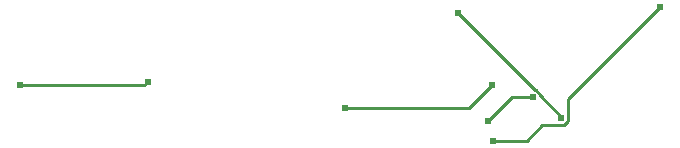
<source format=gbl>
G04 Layer: BottomLayer*
G04 EasyEDA Pro v2.2.31.6, 2024-09-23 19:55:52*
G04 Gerber Generator version 0.3*
G04 Scale: 100 percent, Rotated: No, Reflected: No*
G04 Dimensions in millimeters*
G04 Leading zeros omitted, absolute positions, 3 integers and 5 decimals*
%FSLAX35Y35*%
%MOMM*%
%ADD10C,0.61*%
%ADD11C,0.254*%
G75*


G04 Via Start*
G54D10*
G01X3759200Y-736600D03*
G01X4635500Y-1625600D03*
G01X4048960Y-1339113D03*
G01X5473700Y-685800D03*
G01X2806700Y-1536700D03*
G01X4056878Y-1816100D03*
G01X4013200Y-1651000D03*
G01X4394200Y-1447800D03*
G01X50800Y-1346200D03*
G01X1133735Y-1314865D03*
G04 Via End*

G04 Track Start*
G54D11*
G01X2806700Y-1536700D02*
G01X3851374Y-1536700D01*
G01X4048960Y-1339113D01*
G01X4013200Y-1651000D02*
G01X4216400Y-1447800D01*
G01X4394200Y-1447800D01*
G01X4343400Y-1816100D02*
G01X4056878Y-1816100D01*
G01X5473700Y-685800D02*
G01X4693900Y-1465600D01*
G01X4693900Y-1649790D01*
G01X4659690Y-1684000D01*
G01X4475500Y-1684000D01*
G01X4343400Y-1816100D01*
G01X50800Y-1346200D02*
G01X1102400Y-1346200D01*
G01X1133735Y-1314865D01*
G01X4635500Y-1612900D02*
G01X4635500Y-1625600D01*
G01X3759200Y-736600D02*
G01X4412000Y-1389400D01*
G01X4418390Y-1389400D01*
G01X4452600Y-1423610D01*
G01X4452600Y-1430000D01*
G01X4635500Y-1612900D01*
G04 Track End*

M02*


</source>
